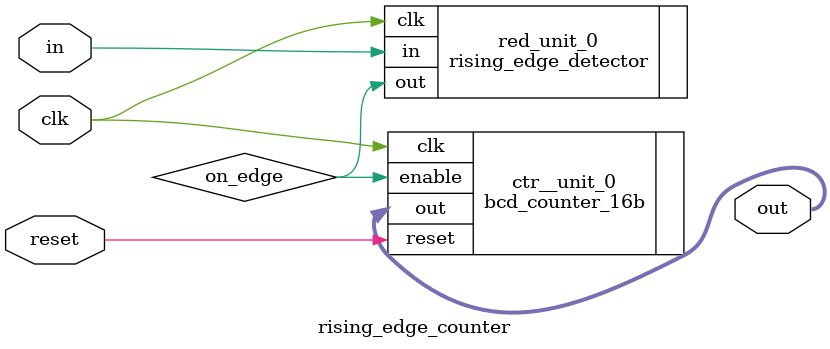
<source format=v>
`timescale 1ns / 1ps


module rising_edge_counter(
	input clk,
	input in,
	input reset,
	output [15:0] out
    );
    
    wire on_edge;
    //module rising_edge_detector(input clk, input in, output reg out);
    rising_edge_detector red_unit_0(.clk(clk), .in(in), .out(on_edge)); 
    //module bcd_counter_16b(input clk,	input enable, input reset, output [15:0] out);
    bcd_counter_16b ctr__unit_0(.clk(clk), .enable(on_edge), .reset(reset), .out(out));
    
    
endmodule

</source>
